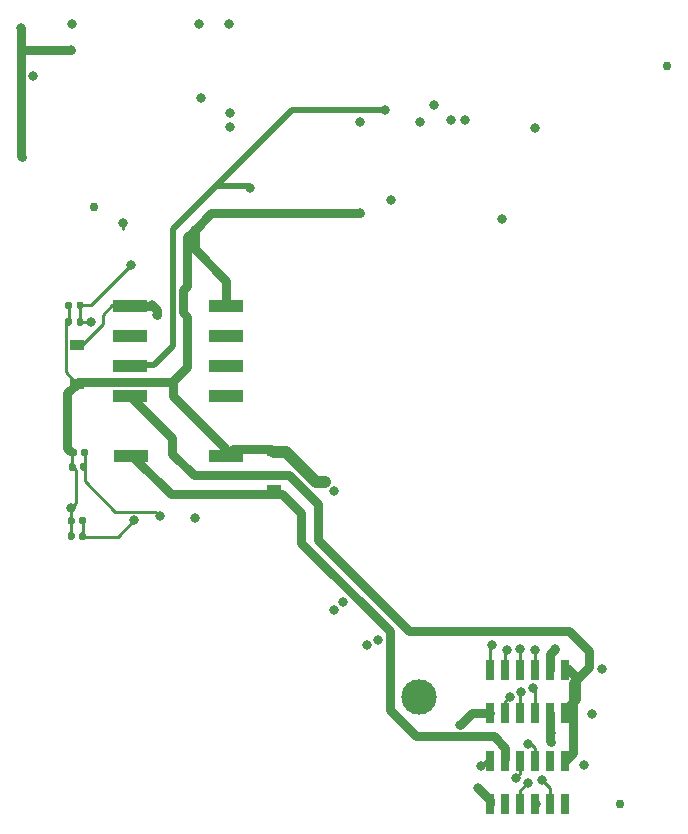
<source format=gbr>
G04 #@! TF.GenerationSoftware,KiCad,Pcbnew,5.1.6+dfsg1-1~bpo10+1*
G04 #@! TF.CreationDate,2021-06-19T16:41:40-04:00*
G04 #@! TF.ProjectId,RUSP_Daughterboard,52555350-5f44-4617-9567-68746572626f,rev?*
G04 #@! TF.SameCoordinates,Original*
G04 #@! TF.FileFunction,Copper,L4,Bot*
G04 #@! TF.FilePolarity,Positive*
%FSLAX46Y46*%
G04 Gerber Fmt 4.6, Leading zero omitted, Abs format (unit mm)*
G04 Created by KiCad (PCBNEW 5.1.6+dfsg1-1~bpo10+1) date 2021-06-19 16:41:40*
%MOMM*%
%LPD*%
G01*
G04 APERTURE LIST*
G04 #@! TA.AperFunction,ComponentPad*
%ADD10C,3.000000*%
G04 #@! TD*
G04 #@! TA.AperFunction,SMDPad,CuDef*
%ADD11C,0.750000*%
G04 #@! TD*
G04 #@! TA.AperFunction,SMDPad,CuDef*
%ADD12R,0.740000X1.675000*%
G04 #@! TD*
G04 #@! TA.AperFunction,SMDPad,CuDef*
%ADD13R,1.200000X0.900000*%
G04 #@! TD*
G04 #@! TA.AperFunction,SMDPad,CuDef*
%ADD14R,3.000000X1.110000*%
G04 #@! TD*
G04 #@! TA.AperFunction,ViaPad*
%ADD15C,0.800000*%
G04 #@! TD*
G04 #@! TA.AperFunction,Conductor*
%ADD16C,0.250000*%
G04 #@! TD*
G04 #@! TA.AperFunction,Conductor*
%ADD17C,0.750000*%
G04 #@! TD*
G04 #@! TA.AperFunction,Conductor*
%ADD18C,1.000000*%
G04 #@! TD*
G04 #@! TA.AperFunction,Conductor*
%ADD19C,0.500000*%
G04 #@! TD*
G04 APERTURE END LIST*
D10*
X154000000Y-128000000D03*
G04 #@! TA.AperFunction,SMDPad,CuDef*
G36*
G01*
X124610000Y-96027500D02*
X124610000Y-96372500D01*
G75*
G02*
X124462500Y-96520000I-147500J0D01*
G01*
X124167500Y-96520000D01*
G75*
G02*
X124020000Y-96372500I0J147500D01*
G01*
X124020000Y-96027500D01*
G75*
G02*
X124167500Y-95880000I147500J0D01*
G01*
X124462500Y-95880000D01*
G75*
G02*
X124610000Y-96027500I0J-147500D01*
G01*
G37*
G04 #@! TD.AperFunction*
G04 #@! TA.AperFunction,SMDPad,CuDef*
G36*
G01*
X125580000Y-96027500D02*
X125580000Y-96372500D01*
G75*
G02*
X125432500Y-96520000I-147500J0D01*
G01*
X125137500Y-96520000D01*
G75*
G02*
X124990000Y-96372500I0J147500D01*
G01*
X124990000Y-96027500D01*
G75*
G02*
X125137500Y-95880000I147500J0D01*
G01*
X125432500Y-95880000D01*
G75*
G02*
X125580000Y-96027500I0J-147500D01*
G01*
G37*
G04 #@! TD.AperFunction*
G04 #@! TA.AperFunction,SMDPad,CuDef*
G36*
G01*
X124835000Y-114177500D02*
X124835000Y-114522500D01*
G75*
G02*
X124687500Y-114670000I-147500J0D01*
G01*
X124392500Y-114670000D01*
G75*
G02*
X124245000Y-114522500I0J147500D01*
G01*
X124245000Y-114177500D01*
G75*
G02*
X124392500Y-114030000I147500J0D01*
G01*
X124687500Y-114030000D01*
G75*
G02*
X124835000Y-114177500I0J-147500D01*
G01*
G37*
G04 #@! TD.AperFunction*
G04 #@! TA.AperFunction,SMDPad,CuDef*
G36*
G01*
X125805000Y-114177500D02*
X125805000Y-114522500D01*
G75*
G02*
X125657500Y-114670000I-147500J0D01*
G01*
X125362500Y-114670000D01*
G75*
G02*
X125215000Y-114522500I0J147500D01*
G01*
X125215000Y-114177500D01*
G75*
G02*
X125362500Y-114030000I147500J0D01*
G01*
X125657500Y-114030000D01*
G75*
G02*
X125805000Y-114177500I0J-147500D01*
G01*
G37*
G04 #@! TD.AperFunction*
G04 #@! TA.AperFunction,SMDPad,CuDef*
G36*
G01*
X125970000Y-107077500D02*
X125970000Y-107422500D01*
G75*
G02*
X125822500Y-107570000I-147500J0D01*
G01*
X125527500Y-107570000D01*
G75*
G02*
X125380000Y-107422500I0J147500D01*
G01*
X125380000Y-107077500D01*
G75*
G02*
X125527500Y-106930000I147500J0D01*
G01*
X125822500Y-106930000D01*
G75*
G02*
X125970000Y-107077500I0J-147500D01*
G01*
G37*
G04 #@! TD.AperFunction*
G04 #@! TA.AperFunction,SMDPad,CuDef*
G36*
G01*
X125000000Y-107077500D02*
X125000000Y-107422500D01*
G75*
G02*
X124852500Y-107570000I-147500J0D01*
G01*
X124557500Y-107570000D01*
G75*
G02*
X124410000Y-107422500I0J147500D01*
G01*
X124410000Y-107077500D01*
G75*
G02*
X124557500Y-106930000I147500J0D01*
G01*
X124852500Y-106930000D01*
G75*
G02*
X125000000Y-107077500I0J-147500D01*
G01*
G37*
G04 #@! TD.AperFunction*
G04 #@! TA.AperFunction,SMDPad,CuDef*
G36*
G01*
X124610000Y-94627500D02*
X124610000Y-94972500D01*
G75*
G02*
X124462500Y-95120000I-147500J0D01*
G01*
X124167500Y-95120000D01*
G75*
G02*
X124020000Y-94972500I0J147500D01*
G01*
X124020000Y-94627500D01*
G75*
G02*
X124167500Y-94480000I147500J0D01*
G01*
X124462500Y-94480000D01*
G75*
G02*
X124610000Y-94627500I0J-147500D01*
G01*
G37*
G04 #@! TD.AperFunction*
G04 #@! TA.AperFunction,SMDPad,CuDef*
G36*
G01*
X125580000Y-94627500D02*
X125580000Y-94972500D01*
G75*
G02*
X125432500Y-95120000I-147500J0D01*
G01*
X125137500Y-95120000D01*
G75*
G02*
X124990000Y-94972500I0J147500D01*
G01*
X124990000Y-94627500D01*
G75*
G02*
X125137500Y-94480000I147500J0D01*
G01*
X125432500Y-94480000D01*
G75*
G02*
X125580000Y-94627500I0J-147500D01*
G01*
G37*
G04 #@! TD.AperFunction*
G04 #@! TA.AperFunction,SMDPad,CuDef*
G36*
G01*
X125795000Y-112852500D02*
X125795000Y-113197500D01*
G75*
G02*
X125647500Y-113345000I-147500J0D01*
G01*
X125352500Y-113345000D01*
G75*
G02*
X125205000Y-113197500I0J147500D01*
G01*
X125205000Y-112852500D01*
G75*
G02*
X125352500Y-112705000I147500J0D01*
G01*
X125647500Y-112705000D01*
G75*
G02*
X125795000Y-112852500I0J-147500D01*
G01*
G37*
G04 #@! TD.AperFunction*
G04 #@! TA.AperFunction,SMDPad,CuDef*
G36*
G01*
X124825000Y-112852500D02*
X124825000Y-113197500D01*
G75*
G02*
X124677500Y-113345000I-147500J0D01*
G01*
X124382500Y-113345000D01*
G75*
G02*
X124235000Y-113197500I0J147500D01*
G01*
X124235000Y-112852500D01*
G75*
G02*
X124382500Y-112705000I147500J0D01*
G01*
X124677500Y-112705000D01*
G75*
G02*
X124825000Y-112852500I0J-147500D01*
G01*
G37*
G04 #@! TD.AperFunction*
G04 #@! TA.AperFunction,SMDPad,CuDef*
G36*
G01*
X124910000Y-108302500D02*
X124910000Y-108647500D01*
G75*
G02*
X124762500Y-108795000I-147500J0D01*
G01*
X124467500Y-108795000D01*
G75*
G02*
X124320000Y-108647500I0J147500D01*
G01*
X124320000Y-108302500D01*
G75*
G02*
X124467500Y-108155000I147500J0D01*
G01*
X124762500Y-108155000D01*
G75*
G02*
X124910000Y-108302500I0J-147500D01*
G01*
G37*
G04 #@! TD.AperFunction*
G04 #@! TA.AperFunction,SMDPad,CuDef*
G36*
G01*
X125880000Y-108302500D02*
X125880000Y-108647500D01*
G75*
G02*
X125732500Y-108795000I-147500J0D01*
G01*
X125437500Y-108795000D01*
G75*
G02*
X125290000Y-108647500I0J147500D01*
G01*
X125290000Y-108302500D01*
G75*
G02*
X125437500Y-108155000I147500J0D01*
G01*
X125732500Y-108155000D01*
G75*
G02*
X125880000Y-108302500I0J-147500D01*
G01*
G37*
G04 #@! TD.AperFunction*
D11*
X126500000Y-86500000D03*
X175000000Y-74500000D03*
X171000000Y-137000000D03*
D12*
X166375000Y-125660000D03*
X166375000Y-129340000D03*
X165105000Y-125660000D03*
X165105000Y-129340000D03*
X163835000Y-125660000D03*
X163835000Y-129340000D03*
X162565000Y-125660000D03*
X162565000Y-129340000D03*
X161295000Y-125660000D03*
X161295000Y-129340000D03*
X160025000Y-129340000D03*
X160025000Y-125660000D03*
X160025000Y-133360000D03*
X160025000Y-137040000D03*
X161295000Y-137040000D03*
X161295000Y-133360000D03*
X162565000Y-137040000D03*
X162565000Y-133360000D03*
X163835000Y-137040000D03*
X163835000Y-133360000D03*
X165105000Y-137040000D03*
X165105000Y-133360000D03*
X166375000Y-137040000D03*
X166375000Y-133360000D03*
D13*
X125000000Y-101450000D03*
X125000000Y-98150000D03*
X141700000Y-110450000D03*
X141700000Y-107150000D03*
D14*
X129630000Y-107530000D03*
X129502000Y-102450000D03*
X129502000Y-99910000D03*
X129502000Y-97370000D03*
X129502000Y-94830000D03*
X137630000Y-94830000D03*
X137630000Y-97370000D03*
X137630000Y-99910000D03*
X137630000Y-102450000D03*
X137630000Y-107530000D03*
D15*
X120300000Y-71300000D03*
X135000000Y-88400000D03*
X124500000Y-112000000D03*
X146800000Y-120600000D03*
X149582053Y-123517947D03*
X124500000Y-73200000D03*
X161000000Y-87500000D03*
X149000000Y-87000000D03*
X149000000Y-79250000D03*
X168599999Y-129400001D03*
X165500000Y-123900000D03*
X157480000Y-130302000D03*
X159004000Y-135636000D03*
X120396006Y-82200000D03*
X146812000Y-110490000D03*
X146050000Y-109728000D03*
X169500000Y-125600000D03*
X157900000Y-79100000D03*
X162600000Y-127500000D03*
X161400000Y-124000000D03*
X155300000Y-77800000D03*
X160200000Y-123600000D03*
X151130000Y-78232000D03*
X161694805Y-127925000D03*
X139700000Y-84836000D03*
X121300000Y-75400000D03*
X137900000Y-71000000D03*
X138000000Y-78500000D03*
X138000000Y-79700000D03*
X159200000Y-133800000D03*
X168000000Y-133750000D03*
X151638000Y-85852000D03*
X135500000Y-77250000D03*
X163600000Y-127200000D03*
X154100000Y-79300000D03*
X163800000Y-124000000D03*
X164400000Y-134974990D03*
X128887660Y-87812340D03*
X126200000Y-96200000D03*
X129600000Y-91400000D03*
X163200000Y-131900000D03*
X129900000Y-113000000D03*
X163900000Y-137025010D03*
X132029325Y-112674990D03*
X147571375Y-119928625D03*
X150500000Y-123100000D03*
X162200000Y-134800000D03*
X135010743Y-112824979D03*
X163800000Y-79800000D03*
X163200000Y-135200000D03*
X124600000Y-71000000D03*
X135400000Y-71000000D03*
X165201292Y-131775010D03*
X131400000Y-94800000D03*
X165201292Y-131001292D03*
X131826000Y-95600000D03*
X167500000Y-126300000D03*
X156700000Y-79100000D03*
X162500000Y-123900000D03*
D16*
X124530000Y-113025000D02*
X124530000Y-112030000D01*
X124530000Y-112030000D02*
X124500000Y-112000000D01*
D17*
X165105000Y-125660000D02*
X165105000Y-124295000D01*
X165105000Y-124295000D02*
X165500000Y-123900000D01*
X160025000Y-129340000D02*
X158442000Y-129340000D01*
X158442000Y-129340000D02*
X157480000Y-130302000D01*
X136400000Y-87000000D02*
X135000000Y-88400000D01*
X149000000Y-87000000D02*
X136400000Y-87000000D01*
X120410000Y-73200000D02*
X120300000Y-73310000D01*
X124500000Y-73200000D02*
X120410000Y-73200000D01*
X120300000Y-71300000D02*
X120300000Y-73310000D01*
X135000000Y-88400000D02*
X135000000Y-90042000D01*
X135000000Y-90042000D02*
X137668000Y-92710000D01*
X137668000Y-92710000D02*
X137668000Y-94742000D01*
X125130001Y-101319999D02*
X133026003Y-101319999D01*
X125000000Y-101450000D02*
X125130001Y-101319999D01*
X133026003Y-101319999D02*
X133175001Y-101171001D01*
D16*
X124315000Y-94800000D02*
X124315000Y-96121000D01*
X124074999Y-96361001D02*
X124074999Y-100452999D01*
X124315000Y-96121000D02*
X124074999Y-96361001D01*
X124074999Y-100452999D02*
X125222000Y-101600000D01*
X124615000Y-108475000D02*
X124615000Y-107287000D01*
X124500000Y-112000000D02*
X124968000Y-111532000D01*
X124968000Y-111532000D02*
X124968000Y-108712000D01*
X124968000Y-108712000D02*
X124714000Y-108458000D01*
D17*
X160025000Y-137040000D02*
X160025000Y-136657000D01*
X160025000Y-136657000D02*
X159004000Y-135636000D01*
X125000000Y-101450000D02*
X124206000Y-102244000D01*
X124206000Y-106869214D02*
X124460000Y-107123214D01*
X124206000Y-102244000D02*
X124206000Y-106869214D01*
X120300000Y-73310000D02*
X120300000Y-82103994D01*
X120300000Y-82103994D02*
X120396006Y-82200000D01*
D18*
X146050000Y-109728000D02*
X145288000Y-109728000D01*
X145288000Y-109728000D02*
X142748000Y-107188000D01*
X142748000Y-107188000D02*
X141732000Y-107188000D01*
D16*
X124540000Y-114350000D02*
X124540000Y-113204000D01*
D17*
X137600000Y-107600000D02*
X138266000Y-106934000D01*
X137600000Y-106866000D02*
X137600000Y-107600000D01*
X138266000Y-106934000D02*
X141478000Y-106934000D01*
X133175001Y-101171001D02*
X133175001Y-102441001D01*
X133175001Y-102441001D02*
X137600000Y-106866000D01*
X134366000Y-95766000D02*
X134366000Y-99980002D01*
X134366000Y-93134000D02*
X134000000Y-93500000D01*
X134000000Y-95400000D02*
X134366000Y-95766000D01*
X134000000Y-93500000D02*
X134000000Y-95400000D01*
X134366000Y-99980002D02*
X133175001Y-101171001D01*
X135000000Y-88400000D02*
X134366000Y-89034000D01*
X134366000Y-89034000D02*
X134366000Y-93134000D01*
D16*
X162565000Y-127535000D02*
X162600000Y-127500000D01*
X162565000Y-129340000D02*
X162565000Y-127535000D01*
X161295000Y-124105000D02*
X161400000Y-124000000D01*
X161295000Y-125660000D02*
X161295000Y-124105000D01*
X160025000Y-123775000D02*
X160200000Y-123600000D01*
X160025000Y-125660000D02*
X160025000Y-123775000D01*
D19*
X151130000Y-78232000D02*
X143256000Y-78232000D01*
D16*
X161295000Y-129340000D02*
X161295000Y-128324805D01*
X161295000Y-128324805D02*
X161694805Y-127925000D01*
D19*
X139573000Y-84709000D02*
X139700000Y-84836000D01*
X136779000Y-84709000D02*
X139573000Y-84709000D01*
X143256000Y-78232000D02*
X136779000Y-84709000D01*
X133174989Y-98219011D02*
X131572000Y-99822000D01*
X131572000Y-99822000D02*
X129286000Y-99822000D01*
X133174989Y-88313011D02*
X133174989Y-98219011D01*
X136779000Y-84709000D02*
X133174989Y-88313011D01*
D16*
X160025000Y-133360000D02*
X159640000Y-133360000D01*
X159640000Y-133360000D02*
X159200000Y-133800000D01*
X163835000Y-127435000D02*
X163600000Y-127200000D01*
X163835000Y-129340000D02*
X163835000Y-127435000D01*
X163835000Y-124035000D02*
X163800000Y-124000000D01*
X163835000Y-125660000D02*
X163835000Y-124035000D01*
X165105000Y-135679990D02*
X164400000Y-134974990D01*
X165105000Y-137040000D02*
X165105000Y-135679990D01*
X128887660Y-88378025D02*
X128887660Y-87812340D01*
X125285000Y-96200000D02*
X126200000Y-96200000D01*
X126200000Y-94800000D02*
X129600000Y-91400000D01*
X125285000Y-96200000D02*
X125285000Y-94800000D01*
X125285000Y-94800000D02*
X126200000Y-94800000D01*
X163835000Y-133360000D02*
X163835000Y-132272500D01*
X163462500Y-131900000D02*
X163200000Y-131900000D01*
X163835000Y-132272500D02*
X163462500Y-131900000D01*
X128500000Y-114400000D02*
X129900000Y-113000000D01*
X125600000Y-114400000D02*
X128500000Y-114400000D01*
X125510000Y-114350000D02*
X125510000Y-113010000D01*
X125700000Y-109700000D02*
X128274991Y-112274991D01*
X131629326Y-112274991D02*
X132029325Y-112674990D01*
X128274991Y-112274991D02*
X131629326Y-112274991D01*
X125700000Y-107300000D02*
X125700000Y-109700000D01*
X162565000Y-133360000D02*
X162565000Y-134435000D01*
X162565000Y-134435000D02*
X162200000Y-134800000D01*
X162565000Y-135835000D02*
X163200000Y-135200000D01*
X162565000Y-137040000D02*
X162565000Y-135835000D01*
D17*
X165105000Y-129340000D02*
X165105000Y-131678718D01*
X165105000Y-131678718D02*
X165201292Y-131775010D01*
D16*
X125000000Y-98150000D02*
X125450000Y-98150000D01*
X125450000Y-98150000D02*
X127200000Y-96400000D01*
X127200000Y-96400000D02*
X127200000Y-95600000D01*
X127200000Y-95600000D02*
X128000000Y-94800000D01*
X128000000Y-94800000D02*
X129400000Y-94800000D01*
D17*
X131370000Y-94830000D02*
X131400000Y-94800000D01*
X129502000Y-94830000D02*
X131370000Y-94830000D01*
X131400000Y-94800000D02*
X131826000Y-95226000D01*
X131826000Y-95226000D02*
X131826000Y-95600000D01*
X161300000Y-132259635D02*
X161300000Y-133200000D01*
X160320896Y-131280531D02*
X161300000Y-132259635D01*
X153695030Y-131280531D02*
X160320896Y-131280531D01*
X151500000Y-129085501D02*
X153695030Y-131280531D01*
X129800000Y-107600000D02*
X133000000Y-110800000D01*
X133000000Y-110800000D02*
X142400000Y-110800000D01*
X144000000Y-114914248D02*
X151500000Y-122414248D01*
X142400000Y-110800000D02*
X144000000Y-112400000D01*
X151500000Y-122414248D02*
X151500000Y-129085501D01*
X144000000Y-112400000D02*
X144000000Y-114914248D01*
X166375000Y-129340000D02*
X166375000Y-129025000D01*
X166375000Y-129025000D02*
X167300000Y-128100000D01*
X167300000Y-128100000D02*
X167300000Y-126300000D01*
X167300000Y-126300000D02*
X166500000Y-125500000D01*
X166999999Y-132735001D02*
X166999999Y-127299999D01*
X166999999Y-128715001D02*
X166999999Y-127299999D01*
X166375000Y-133360000D02*
X166999999Y-132735001D01*
X166999999Y-127299999D02*
X166999999Y-126800001D01*
X166999999Y-126800001D02*
X167500000Y-126300000D01*
X166375000Y-129340000D02*
X166999999Y-128715001D01*
X168400000Y-124100000D02*
X168400000Y-125400000D01*
X166700000Y-122400000D02*
X168400000Y-124100000D01*
X145400000Y-114700000D02*
X153100000Y-122400000D01*
X133052000Y-106000000D02*
X133052000Y-107352000D01*
X129502000Y-102450000D02*
X133052000Y-106000000D01*
X133052000Y-107352000D02*
X134900000Y-109200000D01*
X134900000Y-109200000D02*
X142943517Y-109200000D01*
X153100000Y-122400000D02*
X166700000Y-122400000D01*
X142943517Y-109200000D02*
X145400000Y-111656483D01*
X168400000Y-125400000D02*
X167500000Y-126300000D01*
X145400000Y-111656483D02*
X145400000Y-114700000D01*
D16*
X162565000Y-123965000D02*
X162500000Y-123900000D01*
X162565000Y-125660000D02*
X162565000Y-123965000D01*
M02*

</source>
